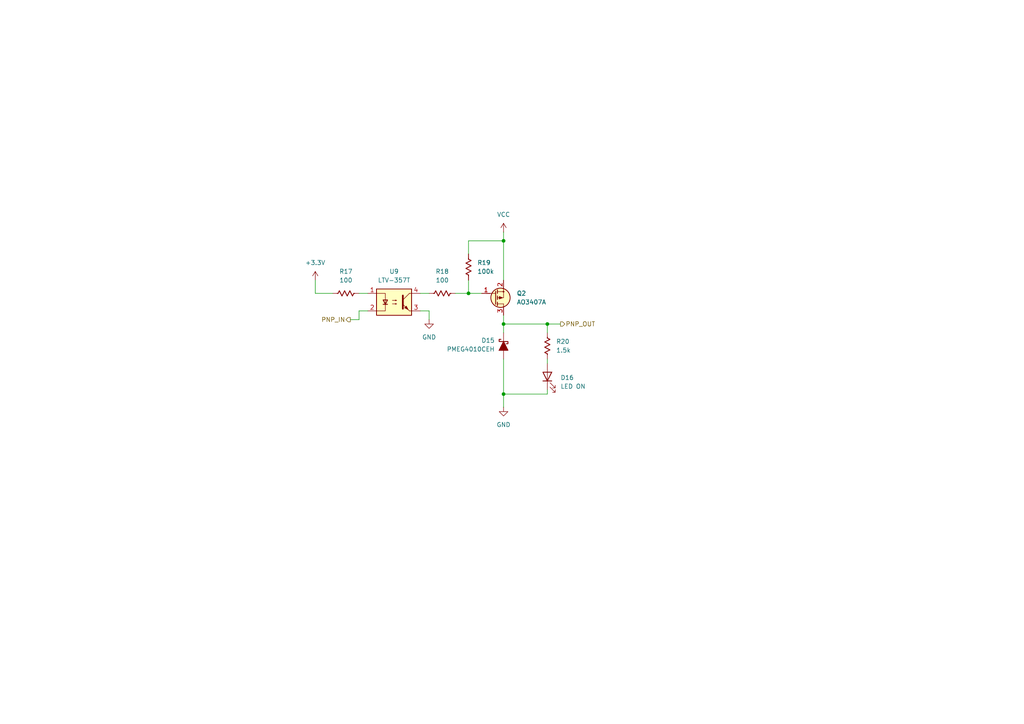
<source format=kicad_sch>
(kicad_sch (version 20250114) (generator "eeschema") (generator_version "9.0")
  (paper "A4")
  (lib_symbols
    (symbol "EasyEDA:+3.3V" (power) (pin_numbers (hide yes)) (pin_names (offset 0) (hide yes))
      (property "Value" "+3.3V" (at 0 3.556 0))
      (symbol "+3.3V_0_1"
        (polyline (pts (xy -0.762 1.27) (xy 0 2.54)))
        (polyline (pts (xy 0 2.54) (xy 0.762 1.27)))
        (polyline (pts (xy 0 0) (xy 0 2.54)))
      )
      (symbol "+3.3V_1_1"
        (pin power_in line (at 0 0 90) (length 0) (name "~") (number "1"))
      )
    )
    (symbol "EasyEDA:AO3407A" (pin_names (hide yes))
      (property "Reference" "Q" (at 5.08 1.27 0))
      (property "Value" "AO3407A" (at 5.08 -1.27 0))
      (symbol "AO3407A_0_1"
        (polyline (pts (xy 0.254 1.27) (xy -2.54 1.27)))
        (polyline (pts (xy 0.254 -1.905) (xy 0.254 1.905)) (stroke (width 0.254)))
        (polyline (pts (xy 0.762 1.778) (xy 2.54 1.778)))
        (polyline (pts (xy 0.762 1.27) (xy 0.762 2.286)) (stroke (width 0.254)))
        (polyline (pts (xy 0.762 -0.508) (xy 0.762 0.508)) (stroke (width 0.254)))
        (polyline (pts (xy 0.762 -1.778) (xy 2.54 -1.778)))
        (polyline (pts (xy 0.762 -2.286) (xy 0.762 -1.27)) (stroke (width 0.254)))
        (polyline (pts (xy 2.286 0) (xy 1.27 -0.381) (xy 1.27 0.381) (xy 2.286 0)) (fill (type outline)))
        (polyline (pts (xy 2.54 2.54) (xy 2.54 0) (xy 0.762 0)))
        (polyline (pts (xy 2.54 -2.54) (xy 2.54 -1.778)))
      )
      (symbol "AO3407A_1_1"
        (circle (center 1.651 0) (radius 2.794) (stroke (width 0.254)) (fill (type background)))
        (circle (center 2.54 1.778) (radius 0.1778) (fill (type outline)))
        (pin input line (at -3.81 1.27 0) (length 2.54) (name "G") (number "1"))
        (pin passive line (at 2.54 5.08 270) (length 2.54) (name "S") (number "2"))
        (pin passive line (at 2.54 -5.08 90) (length 2.54) (name "D") (number "3"))
      )
    )
    (symbol "EasyEDA:GND" (power) (pin_numbers (hide yes)) (pin_names (offset 0) (hide yes))
      (property "Value" "GND" (at 0 -3.81 0))
      (symbol "GND_0_1"
        (polyline (pts (xy 0 0) (xy 0 -1.27) (xy 1.27 -1.27) (xy 0 -2.54) (xy -1.27 -1.27) (xy 0 -1.27)))
      )
      (symbol "GND_1_1"
        (pin power_in line (at 0 0 270) (length 0) (name "~") (number "1"))
      )
    )
    (symbol "EasyEDA:LED" (pin_numbers (hide yes)) (pin_names (offset 1.016) (hide yes))
      (property "Reference" "D" (at 0 2.54 0))
      (property "Value" "LED" (at 0 -2.54 0))
      (symbol "LED_0_1"
        (polyline (pts (xy -3.048 -0.762) (xy -4.572 -2.286) (xy -3.81 -2.286) (xy -4.572 -2.286) (xy -4.572 -1.524)))
        (polyline (pts (xy -1.778 -0.762) (xy -3.302 -2.286) (xy -2.54 -2.286) (xy -3.302 -2.286) (xy -3.302 -1.524)))
        (polyline (pts (xy -1.27 0) (xy 1.27 0)))
        (polyline (pts (xy -1.27 -1.27) (xy -1.27 1.27)) (stroke (width 0.254)))
        (polyline (pts (xy 1.27 -1.27) (xy 1.27 1.27) (xy -1.27 0) (xy 1.27 -1.27)) (stroke (width 0.254)))
      )
      (symbol "LED_1_1"
        (pin passive line (at -3.81 0 0) (length 2.54) (name "K") (number "1"))
        (pin passive line (at 3.81 0 180) (length 2.54) (name "A") (number "2"))
      )
    )
    (symbol "EasyEDA:LTV-357T" (pin_names (offset 1.016))
      (property "Reference" "U" (at -5.334 4.826 0))
      (property "Value" "LTV-357T" (at 0 5.08 0))
      (symbol "LTV-357T_0_1"
        (rectangle (start -5.08 3.81) (end 5.08 -3.81) (stroke (width 0.254)) (fill (type background)))
        (polyline (pts (xy -5.08 2.54) (xy -2.54 2.54) (xy -2.54 -0.762)))
        (polyline (pts (xy -3.175 -0.635) (xy -1.905 -0.635)) (stroke (width 0.254)))
        (polyline (pts (xy -2.54 -0.635) (xy -2.54 -2.54) (xy -5.08 -2.54)))
        (polyline (pts (xy -2.54 -0.635) (xy -3.175 0.635) (xy -1.905 0.635) (xy -2.54 -0.635)) (stroke (width 0.254)))
        (polyline (pts (xy -0.508 0.508) (xy 0.762 0.508) (xy 0.381 0.381) (xy 0.381 0.635) (xy 0.762 0.508)))
        (polyline (pts (xy -0.508 -0.508) (xy 0.762 -0.508) (xy 0.381 -0.635) (xy 0.381 -0.381) (xy 0.762 -0.508)))
        (polyline (pts (xy 2.54 1.905) (xy 2.54 -1.905)) (stroke (width 0.508)))
        (polyline (pts (xy 2.54 0.635) (xy 4.445 2.54)))
        (polyline (pts (xy 3.048 -1.651) (xy 3.556 -1.143) (xy 4.064 -2.159) (xy 3.048 -1.651)) (fill (type outline)))
        (polyline (pts (xy 4.445 2.54) (xy 5.08 2.54)))
        (polyline (pts (xy 4.445 -2.54) (xy 2.54 -0.635)) (fill (type outline)))
        (polyline (pts (xy 4.445 -2.54) (xy 5.08 -2.54)))
      )
      (symbol "LTV-357T_1_1"
        (pin passive line (at -7.62 2.54 0) (length 2.54) (name "~") (number "1"))
        (pin passive line (at -7.62 -2.54 0) (length 2.54) (name "~") (number "2"))
        (pin passive line (at 7.62 2.54 180) (length 2.54) (name "~") (number "4"))
        (pin passive line (at 7.62 -2.54 180) (length 2.54) (name "~") (number "3"))
      )
    )
    (symbol "EasyEDA:PMEG4010CEH" (pin_numbers (hide yes)) (pin_names (offset 1.016) (hide yes))
      (property "Reference" "D" (at 0 5.08 0))
      (property "Value" "PMEG4010CEH" (at 0 2.54 0))
      (symbol "PMEG4010CEH_0_1"
        (polyline (pts (xy -1.27 0) (xy 1.27 0)))
        (polyline (pts (xy -1.27 -1.27) (xy -1.27 1.27) (xy 1.27 0) (xy -1.27 -1.27)) (stroke (width 0.254)) (fill (type outline)))
        (polyline (pts (xy 1.905 -0.762) (xy 1.905 -1.27) (xy 1.27 -1.27) (xy 1.27 1.27) (xy 0.635 1.27) (xy 0.635 0.762)) (stroke (width 0.254)))
      )
      (symbol "PMEG4010CEH_0_2"
        (polyline (pts (xy -2.54 -2.54) (xy 2.54 2.54)))
        (polyline (pts (xy -0.889 -0.889) (xy -1.778 0) (xy 0.889 0.889) (xy 0 -1.778) (xy -0.889 -0.889)) (stroke (width 0.254)) (fill (type outline)))
        (polyline (pts (xy 0 1.778) (xy 1.778 0)) (stroke (width 0.254)))
        (polyline (pts (xy 0 1.778) (xy -0.381 1.397) (xy 0 1.016)) (stroke (width 0.254)))
        (polyline (pts (xy 1.778 0) (xy 2.159 0.381) (xy 1.778 0.762)) (stroke (width 0.254)))
      )
      (symbol "PMEG4010CEH_1_1"
        (pin passive line (at -3.81 0 0) (length 2.54) (name "A") (number "2"))
        (pin passive line (at 3.81 0 180) (length 2.54) (name "K") (number "1"))
      )
      (symbol "PMEG4010CEH_1_2"
        (pin passive line (at -2.54 -2.54 0) (length 0) (name "A") (number "2"))
        (pin passive line (at 2.54 2.54 180) (length 0) (name "K") (number "1"))
      )
    )
    (symbol "EasyEDA:R_0603" (pin_numbers (hide yes)) (pin_names (offset 0))
      (property "Reference" "R" (at 2.54 1.27 0))
      (property "Value" "R_0603" (at 2.54 -1.27 0))
      (symbol "R_0603_0_1"
        (polyline (pts (xy 0 2.286) (xy 0 2.54)) (stroke (width 0.254)))
        (polyline (pts (xy 0 2.286) (xy 0.762 1.905) (xy -0.762 1.143) (xy 0 0.762) (xy 0.762 0.381) (xy 0 0) (xy -0.762 -0.381) (xy 0 -0.762) (xy 0.762 -1.143) (xy 0 -1.524) (xy -0.762 -1.905) (xy 0 -2.286)) (stroke (width 0.254)))
        (polyline (pts (xy 0 -2.286) (xy 0 -2.54)) (stroke (width 0.254)))
      )
      (symbol "R_0603_0_2"
        (polyline (pts (xy -2.54 -2.54) (xy -1.778 -1.778)))
        (polyline (pts (xy -1.778 -1.778) (xy -1.524 -1.524)) (stroke (width 0.254)))
        (polyline (pts (xy -1.524 -1.524) (xy -1.778 -0.762) (xy -1.016 -1.016)) (stroke (width 0.254)))
        (polyline (pts (xy -0.508 -0.508) (xy -0.762 0.254) (xy 0 0)) (stroke (width 0.254)))
        (polyline (pts (xy -0.508 -0.508) (xy -0.254 -1.27) (xy -1.016 -1.016)) (stroke (width 0.254)))
        (polyline (pts (xy 0.508 0.508) (xy 0.254 1.27) (xy 1.016 1.016)) (stroke (width 0.254)))
        (polyline (pts (xy 0.508 0.508) (xy 0.762 -0.254) (xy 0 0)) (stroke (width 0.254)))
        (polyline (pts (xy 1.524 1.524) (xy 1.778 0.762) (xy 1.016 1.016)) (stroke (width 0.254)))
        (polyline (pts (xy 1.778 1.778) (xy 1.524 1.524)) (stroke (width 0.254)))
        (polyline (pts (xy 1.778 1.778) (xy 2.54 2.54)))
      )
      (symbol "R_0603_1_1"
        (pin passive line (at 0 3.81 270) (length 1.27) (name "~") (number "1"))
        (pin passive line (at 0 -3.81 90) (length 1.27) (name "~") (number "2"))
      )
      (symbol "R_0603_1_2"
        (pin passive line (at -2.54 -2.54 0) (length 0) (name "") (number "2"))
        (pin passive line (at 2.54 2.54 180) (length 0) (name "") (number "1"))
      )
    )
    (symbol "EasyEDA:VCC" (power) (pin_numbers (hide yes)) (pin_names (offset 0) (hide yes))
      (property "Value" "VCC" (at 0 3.556 0))
      (symbol "VCC_0_1"
        (polyline (pts (xy -0.762 1.27) (xy 0 2.54)))
        (polyline (pts (xy 0 2.54) (xy 0.762 1.27)))
        (polyline (pts (xy 0 0) (xy 0 2.54)))
      )
      (symbol "VCC_1_1"
        (pin power_in line (at 0 0 90) (length 0) (name "~") (number "1"))
      )
    )
  )
  (junction (at 135.89 85.09))
  (junction (at 146.05 69.85))
  (junction (at 146.05 114.3))
  (junction (at 146.05 93.98))
  (junction (at 158.75 93.98))
  (wire (pts (xy 124.46 90.17) (xy 121.92 90.17)))
  (wire (pts (xy 146.05 104.14) (xy 146.05 114.3)))
  (wire (pts (xy 146.05 69.85) (xy 135.89 69.85)))
  (wire (pts (xy 101.6 92.71) (xy 104.14 92.71)))
  (wire (pts (xy 158.75 113.03) (xy 158.75 114.3)))
  (wire (pts (xy 121.92 85.09) (xy 124.46 85.09)))
  (wire (pts (xy 158.75 93.98) (xy 162.56 93.98)))
  (wire (pts (xy 158.75 93.98) (xy 158.75 96.52)))
  (wire (pts (xy 104.14 90.17) (xy 106.68 90.17)))
  (wire (pts (xy 135.89 69.85) (xy 135.89 73.66)))
  (wire (pts (xy 146.05 114.3) (xy 146.05 118.11)))
  (wire (pts (xy 146.05 67.31) (xy 146.05 69.85)))
  (wire (pts (xy 135.89 85.09) (xy 132.08 85.09)))
  (wire (pts (xy 135.89 85.09) (xy 139.7 85.09)))
  (wire (pts (xy 104.14 92.71) (xy 104.14 90.17)))
  (wire (pts (xy 91.44 85.09) (xy 96.52 85.09)))
  (wire (pts (xy 146.05 93.98) (xy 146.05 96.52)))
  (wire (pts (xy 135.89 81.28) (xy 135.89 85.09)))
  (wire (pts (xy 146.05 91.44) (xy 146.05 93.98)))
  (wire (pts (xy 91.44 81.28) (xy 91.44 85.09)))
  (wire (pts (xy 146.05 69.85) (xy 146.05 81.28)))
  (wire (pts (xy 146.05 114.3) (xy 158.75 114.3)))
  (wire (pts (xy 146.05 93.98) (xy 158.75 93.98)))
  (wire (pts (xy 158.75 104.14) (xy 158.75 105.41)))
  (wire (pts (xy 104.14 85.09) (xy 106.68 85.09)))
  (wire (pts (xy 124.46 92.71) (xy 124.46 90.17)))
  (hierarchical_label "PNP_OUT" (shape output) (at 162.56 93.98 0))
  (hierarchical_label "PNP_IN" (shape output) (at 101.6 92.71 180))
  (symbol (lib_id "EasyEDA:PMEG4010CEH") (at 146.05 100.33 270) (mirror x) (unit 1)
    (property "Reference" "D15" (at 143.51 98.7424 90) (effects (justify right)))
    (property "Value" "PMEG4010CEH" (at 143.51 101.2824 90) (effects (justify right)))
    (property "Footprint" "PCM_Diode_SMD_AKL:D_SOD-123F" (effects (hide yes)))
    (property "Datasheet" "https://www.tme.eu/Document/6076ddfe18935c4c311aad91dddcf920/PMEG4010CEX-DTE.pdf" (effects (hide yes)))
    (property "Description" "SOD-123F Schottky diode, 40V, 1A, Alternate KiCAD Library" (effects (hide yes)))
  )
  (symbol (lib_id "EasyEDA:+3.3V") (at 91.44 81.28 0) (unit 1)
    (property "Reference" "#PWR035" (effects (hide yes)))
    (property "Value" "+3.3V" (at 91.44 76.2 0))
    (property "Description" "Power symbol creates a global label with name \"+3.3V\"" (effects (hide yes)))
  )
  (symbol (lib_id "EasyEDA:R_0603") (at 128.27 85.09 270) (unit 1)
    (property "Reference" "R18" (at 128.27 78.74 90))
    (property "Value" "100" (at 128.27 81.28 90))
    (property "Footprint" "PCM_Resistor_SMD_AKL:R_0603_1608Metric" (effects (hide yes)))
    (property "Description" "SMD 0603 Chip Resistor, US Symbol, Alternate KiCad Library" (effects (hide yes)))
  )
  (symbol (lib_id "EasyEDA:GND") (at 146.05 118.11 0) (unit 1)
    (property "Reference" "#PWR038" (effects (hide yes)))
    (property "Value" "GND" (at 146.05 123.19 0))
    (property "Description" "Power symbol creates a global label with name \"GND\" , ground" (effects (hide yes)))
  )
  (symbol (lib_id "EasyEDA:GND") (at 124.46 92.71 0) (unit 1)
    (property "Reference" "#PWR036" (effects (hide yes)))
    (property "Value" "GND" (at 124.46 97.79 0))
    (property "Description" "Power symbol creates a global label with name \"GND\" , ground" (effects (hide yes)))
  )
  (symbol (lib_id "EasyEDA:LED") (at 158.75 109.22 90) (unit 1)
    (property "Reference" "D16" (at 162.56 109.5374 90) (effects (justify right)))
    (property "Value" "LED ON" (at 162.56 112.0774 90) (effects (justify right)))
    (property "Footprint" "LED_SMD:LED_0603_1608Metric" (effects (hide yes)))
    (property "Description" "Light emitting diode" (effects (hide yes)))
    (property "Sim.Pins" "1=K 2=A" (effects (hide yes)))
  )
  (symbol (lib_id "EasyEDA:AO3407A") (at 143.51 86.36 0) (unit 1)
    (property "Reference" "Q2" (at 149.86 85.0899 0) (effects (justify left)))
    (property "Value" "AO3407A" (at 149.86 87.6299 0) (effects (justify left)))
    (property "Footprint" "PCM_Package_TO_SOT_SMD_AKL:SOT-23" (effects (hide yes)))
    (property "Datasheet" "https://www.tme.eu/Document/103c7c9807a33fad08008d38ce1192b7/AO3407A-DTE.pdf" (effects (hide yes)))
    (property "Description" "SOT-23 P-MOSFET enchancement mode transistor, 30V, 4.3A, 1.4W, Alternate KiCAD Library" (effects (hide yes)))
  )
  (symbol (lib_id "EasyEDA:LTV-357T") (at 114.3 87.63 0) (unit 1)
    (property "Reference" "U9" (at 114.3 78.74 0))
    (property "Value" "LTV-357T" (at 114.3 81.28 0))
    (property "Footprint" "Package_SO:SO-4_4.4x3.6mm_P2.54mm" (effects (hide yes)))
    (property "Datasheet" "https://www.buerklin.com/medias/sys_master/download/download/h91/ha0/8892020588574.pdf" (effects (hide yes)))
    (property "Description" "DC Optocoupler, Vce 35V, CTR 50%, SO-4" (effects (hide yes)))
  )
  (symbol (lib_id "EasyEDA:VCC") (at 146.05 67.31 0) (unit 1)
    (property "Reference" "#PWR037" (effects (hide yes)))
    (property "Value" "VCC" (at 146.05 62.23 0))
    (property "Description" "Power symbol creates a global label with name \"VCC\"" (effects (hide yes)))
  )
  (symbol (lib_id "EasyEDA:R_0603") (at 135.89 77.47 0) (unit 1)
    (property "Reference" "R19" (at 138.43 76.1999 0) (effects (justify left)))
    (property "Value" "100k" (at 138.43 78.7399 0) (effects (justify left)))
    (property "Footprint" "PCM_Resistor_SMD_AKL:R_0603_1608Metric" (effects (hide yes)))
    (property "Description" "SMD 0603 Chip Resistor, US Symbol, Alternate KiCad Library" (effects (hide yes)))
  )
  (symbol (lib_id "EasyEDA:R_0603") (at 100.33 85.09 90) (unit 1)
    (property "Reference" "R17" (at 100.33 78.74 90))
    (property "Value" "100" (at 100.33 81.28 90))
    (property "Footprint" "PCM_Resistor_SMD_AKL:R_0603_1608Metric" (effects (hide yes)))
    (property "Description" "SMD 0603 Chip Resistor, US Symbol, Alternate KiCad Library" (effects (hide yes)))
  )
  (symbol (lib_id "EasyEDA:R_0603") (at 158.75 100.33 0) (unit 1)
    (property "Reference" "R20" (at 161.29 99.0599 0) (effects (justify left)))
    (property "Value" "1.5k" (at 161.29 101.5999 0) (effects (justify left)))
    (property "Footprint" "PCM_Resistor_SMD_AKL:R_0603_1608Metric" (effects (hide yes)))
    (property "Description" "SMD 0603 Chip Resistor, US Symbol, Alternate KiCad Library" (effects (hide yes)))
  )
)
</source>
